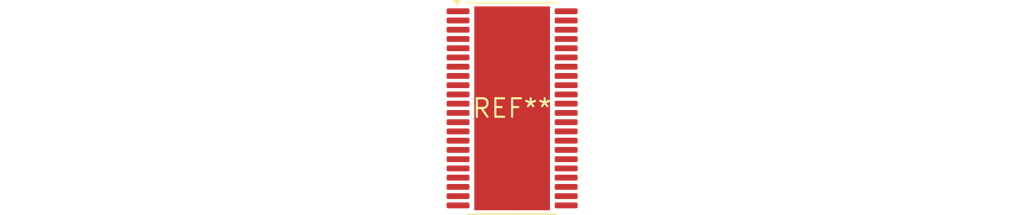
<source format=kicad_pcb>
(kicad_pcb (version 20240108) (generator pcbnew)
  (layers (0 "F.Cu" signal) (31 "B.Cu" signal) (34 "B.Paste" user) (35 "F.Paste" user) (36 "B.SilkS" user "B.Silkscreen") (37 "F.SilkS" user "F.Silkscreen") (38 "B.Mask" user) (39 "F.Mask" user) (44 "Edge.Cuts" user))
  (net 0 "")
  (footprint "HTSSOP-44-1EP_6.1x14mm_P0.635mm_EP5.2x14mm_Mask4.31x8.26mm" (layer "F.Cu") (at 0 0)
    (property "Reference" "REF**")
    (property "Value" "HTSSOP-44-1EP_6.1x14mm_P0.635mm_EP5.2x14mm_Mask4.31x8.26mm")
    (fp_line (start 0 -7.26) (end -3.05 -7.26) (layer "F.SilkS") (stroke (width 0.12)))
    (fp_line (start 0 -7.26) (end 3.05 -7.26) (layer "F.SilkS") (stroke (width 0.12)))
    (fp_line (start 0 7.26) (end -3.05 7.26) (layer "F.SilkS") (stroke (width 0.12)))
    (fp_line (start 0 7.26) (end 3.05 7.26) (layer "F.SilkS") (stroke (width 0.12)))
    (fp_poly (pts (xy -3.775 -7.1275) (xy -3.955 -7.3795) (xy -3.595 -7.3795) (xy -3.775 -7.1275)) (layer "F.SilkS") (stroke (width 0.12)) (fill solid))
    (pad "1" smd roundrect (at -3.7125 -6.6675) (size 1.575 0.4) (layers "F.Cu" "F.Paste" "F.Mask"))
    (pad "2" smd roundrect (at -3.7125 -6.0325) (size 1.575 0.4) (layers "F.Cu" "F.Paste" "F.Mask"))
    (pad "3" smd roundrect (at -3.7125 -5.3975) (size 1.575 0.4) (layers "F.Cu" "F.Paste" "F.Mask"))
    (pad "4" smd roundrect (at -3.7125 -4.7625) (size 1.575 0.4) (layers "F.Cu" "F.Paste" "F.Mask"))
    (pad "5" smd roundrect (at -3.7125 -4.1275) (size 1.575 0.4) (layers "F.Cu" "F.Paste" "F.Mask"))
    (pad "6" smd roundrect (at -3.7125 -3.4925) (size 1.575 0.4) (layers "F.Cu" "F.Paste" "F.Mask"))
    (pad "7" smd roundrect (at -3.7125 -2.8575) (size 1.575 0.4) (layers "F.Cu" "F.Paste" "F.Mask"))
    (pad "8" smd roundrect (at -3.7125 -2.2225) (size 1.575 0.4) (layers "F.Cu" "F.Paste" "F.Mask"))
    (pad "9" smd roundrect (at -3.7125 -1.5875) (size 1.575 0.4) (layers "F.Cu" "F.Paste" "F.Mask"))
    (pad "10" smd roundrect (at -3.7125 -0.9525) (size 1.575 0.4) (layers "F.Cu" "F.Paste" "F.Mask"))
    (pad "11" smd roundrect (at -3.7125 -0.3175) (size 1.575 0.4) (layers "F.Cu" "F.Paste" "F.Mask"))
    (pad "12" smd roundrect (at -3.7125 0.3175) (size 1.575 0.4) (layers "F.Cu" "F.Paste" "F.Mask"))
    (pad "13" smd roundrect (at -3.7125 0.9525) (size 1.575 0.4) (layers "F.Cu" "F.Paste" "F.Mask"))
    (pad "14" smd roundrect (at -3.7125 1.5875) (size 1.575 0.4) (layers "F.Cu" "F.Paste" "F.Mask"))
    (pad "15" smd roundrect (at -3.7125 2.2225) (size 1.575 0.4) (layers "F.Cu" "F.Paste" "F.Mask"))
    (pad "16" smd roundrect (at -3.7125 2.8575) (size 1.575 0.4) (layers "F.Cu" "F.Paste" "F.Mask"))
    (pad "17" smd roundrect (at -3.7125 3.4925) (size 1.575 0.4) (layers "F.Cu" "F.Paste" "F.Mask"))
    (pad "18" smd roundrect (at -3.7125 4.1275) (size 1.575 0.4) (layers "F.Cu" "F.Paste" "F.Mask"))
    (pad "19" smd roundrect (at -3.7125 4.7625) (size 1.575 0.4) (layers "F.Cu" "F.Paste" "F.Mask"))
    (pad "20" smd roundrect (at -3.7125 5.3975) (size 1.575 0.4) (layers "F.Cu" "F.Paste" "F.Mask"))
    (pad "21" smd roundrect (at -3.7125 6.0325) (size 1.575 0.4) (layers "F.Cu" "F.Paste" "F.Mask"))
    (pad "22" smd roundrect (at -3.7125 6.6675) (size 1.575 0.4) (layers "F.Cu" "F.Paste" "F.Mask"))
    (pad "23" smd roundrect (at 3.7125 6.6675) (size 1.575 0.4) (layers "F.Cu" "F.Paste" "F.Mask"))
    (pad "24" smd roundrect (at 3.7125 6.0325) (size 1.575 0.4) (layers "F.Cu" "F.Paste" "F.Mask"))
    (pad "25" smd roundrect (at 3.7125 5.3975) (size 1.575 0.4) (layers "F.Cu" "F.Paste" "F.Mask"))
    (pad "26" smd roundrect (at 3.7125 4.7625) (size 1.575 0.4) (layers "F.Cu" "F.Paste" "F.Mask"))
    (pad "27" smd roundrect (at 3.7125 4.1275) (size 1.575 0.4) (layers "F.Cu" "F.Paste" "F.Mask"))
    (pad "28" smd roundrect (at 3.7125 3.4925) (size 1.575 0.4) (layers "F.Cu" "F.Paste" "F.Mask"))
    (pad "29" smd roundrect (at 3.7125 2.8575) (size 1.575 0.4) (layers "F.Cu" "F.Paste" "F.Mask"))
    (pad "30" smd roundrect (at 3.7125 2.2225) (size 1.575 0.4) (layers "F.Cu" "F.Paste" "F.Mask"))
    (pad "31" smd roundrect (at 3.7125 1.5875) (size 1.575 0.4) (layers "F.Cu" "F.Paste" "F.Mask"))
    (pad "32" smd roundrect (at 3.7125 0.9525) (size 1.575 0.4) (layers "F.Cu" "F.Paste" "F.Mask"))
    (pad "33" smd roundrect (at 3.7125 0.3175) (size 1.575 0.4) (layers "F.Cu" "F.Paste" "F.Mask"))
    (pad "34" smd roundrect (at 3.7125 -0.3175) (size 1.575 0.4) (layers "F.Cu" "F.Paste" "F.Mask"))
    (pad "35" smd roundrect (at 3.7125 -0.9525) (size 1.575 0.4) (layers "F.Cu" "F.Paste" "F.Mask"))
    (pad "36" smd roundrect (at 3.7125 -1.5875) (size 1.575 0.4) (layers "F.Cu" "F.Paste" "F.Mask"))
    (pad "37" smd roundrect (at 3.7125 -2.2225) (size 1.575 0.4) (layers "F.Cu" "F.Paste" "F.Mask"))
    (pad "38" smd roundrect (at 3.7125 -2.8575) (size 1.575 0.4) (layers "F.Cu" "F.Paste" "F.Mask"))
    (pad "39" smd roundrect (at 3.7125 -3.4925) (size 1.575 0.4) (layers "F.Cu" "F.Paste" "F.Mask"))
    (pad "40" smd roundrect (at 3.7125 -4.1275) (size 1.575 0.4) (layers "F.Cu" "F.Paste" "F.Mask"))
    (pad "41" smd roundrect (at 3.7125 -4.7625) (size 1.575 0.4) (layers "F.Cu" "F.Paste" "F.Mask"))
    (pad "42" smd roundrect (at 3.7125 -5.3975) (size 1.575 0.4) (layers "F.Cu" "F.Paste" "F.Mask"))
    (pad "43" smd roundrect (at 3.7125 -6.0325) (size 1.575 0.4) (layers "F.Cu" "F.Paste" "F.Mask"))
    (pad "44" smd roundrect (at 3.7125 -6.6675) (size 1.575 0.4) (layers "F.Cu" "F.Paste" "F.Mask"))
    (pad "45" smd rect (at 0 0) (size 5.2 14) (property pad_prop_heatsink) (layers "F.Cu"))
  )
)
</source>
